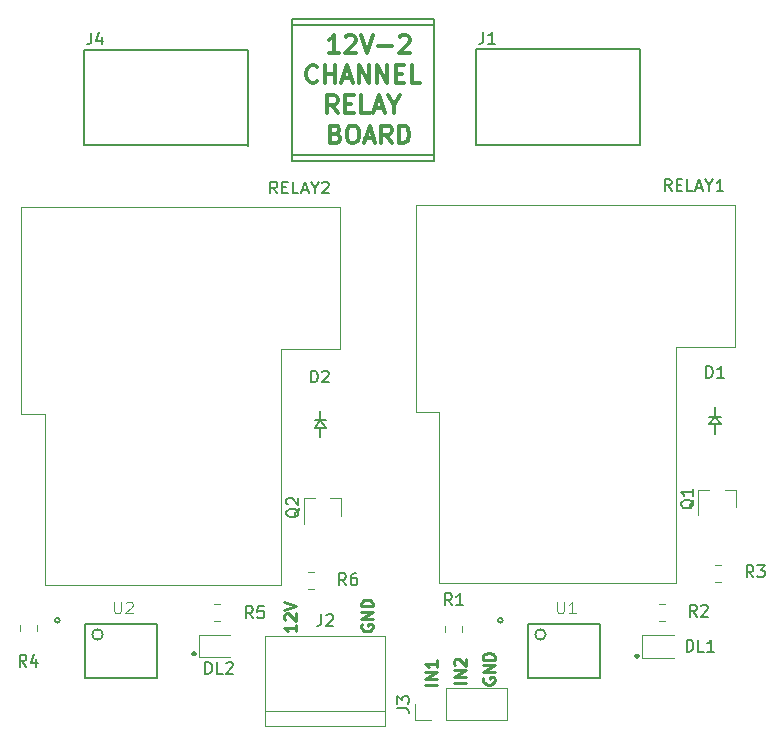
<source format=gto>
G04 #@! TF.GenerationSoftware,KiCad,Pcbnew,(5.0.1)-3*
G04 #@! TF.CreationDate,2022-08-31T13:01:13+05:45*
G04 #@! TF.ProjectId,Relay-board,52656C61792D626F6172642E6B696361,rev?*
G04 #@! TF.SameCoordinates,Original*
G04 #@! TF.FileFunction,Legend,Top*
G04 #@! TF.FilePolarity,Positive*
%FSLAX46Y46*%
G04 Gerber Fmt 4.6, Leading zero omitted, Abs format (unit mm)*
G04 Created by KiCad (PCBNEW (5.0.1)-3) date 8/31/2022 1:01:13 PM*
%MOMM*%
%LPD*%
G01*
G04 APERTURE LIST*
%ADD10C,0.300000*%
%ADD11C,0.200000*%
%ADD12C,0.250000*%
%ADD13C,0.120000*%
%ADD14C,0.150000*%
%ADD15C,0.127000*%
%ADD16C,0.015000*%
G04 APERTURE END LIST*
D10*
X166700000Y-94885714D02*
X166771428Y-94957142D01*
X166700000Y-95028571D01*
X166628571Y-94957142D01*
X166700000Y-94885714D01*
X166700000Y-95028571D01*
X129160000Y-94645714D02*
X129231428Y-94717142D01*
X129160000Y-94788571D01*
X129088571Y-94717142D01*
X129160000Y-94645714D01*
X129160000Y-94788571D01*
D11*
X149500000Y-53000000D02*
X149500000Y-52500000D01*
X137500000Y-53000000D02*
X149500000Y-53000000D01*
X137500000Y-52500000D02*
X137500000Y-53000000D01*
X149500000Y-41000000D02*
X149500000Y-41500000D01*
X137500000Y-41000000D02*
X149500000Y-41000000D01*
X137500000Y-41500000D02*
X137500000Y-41000000D01*
X137500000Y-52500000D02*
X137500000Y-41500000D01*
X149500000Y-52500000D02*
X137500000Y-52500000D01*
X149500000Y-41500000D02*
X149500000Y-52500000D01*
X137500000Y-41500000D02*
X149500000Y-41500000D01*
D12*
X143360000Y-92251904D02*
X143312380Y-92347142D01*
X143312380Y-92490000D01*
X143360000Y-92632857D01*
X143455238Y-92728095D01*
X143550476Y-92775714D01*
X143740952Y-92823333D01*
X143883809Y-92823333D01*
X144074285Y-92775714D01*
X144169523Y-92728095D01*
X144264761Y-92632857D01*
X144312380Y-92490000D01*
X144312380Y-92394761D01*
X144264761Y-92251904D01*
X144217142Y-92204285D01*
X143883809Y-92204285D01*
X143883809Y-92394761D01*
X144312380Y-91775714D02*
X143312380Y-91775714D01*
X144312380Y-91204285D01*
X143312380Y-91204285D01*
X144312380Y-90728095D02*
X143312380Y-90728095D01*
X143312380Y-90490000D01*
X143360000Y-90347142D01*
X143455238Y-90251904D01*
X143550476Y-90204285D01*
X143740952Y-90156666D01*
X143883809Y-90156666D01*
X144074285Y-90204285D01*
X144169523Y-90251904D01*
X144264761Y-90347142D01*
X144312380Y-90490000D01*
X144312380Y-90728095D01*
X137812380Y-92259047D02*
X137812380Y-92830476D01*
X137812380Y-92544761D02*
X136812380Y-92544761D01*
X136955238Y-92640000D01*
X137050476Y-92735238D01*
X137098095Y-92830476D01*
X136907619Y-91878095D02*
X136860000Y-91830476D01*
X136812380Y-91735238D01*
X136812380Y-91497142D01*
X136860000Y-91401904D01*
X136907619Y-91354285D01*
X137002857Y-91306666D01*
X137098095Y-91306666D01*
X137240952Y-91354285D01*
X137812380Y-91925714D01*
X137812380Y-91306666D01*
X136812380Y-91020952D02*
X137812380Y-90687619D01*
X136812380Y-90354285D01*
X153680000Y-96761904D02*
X153632380Y-96857142D01*
X153632380Y-97000000D01*
X153680000Y-97142857D01*
X153775238Y-97238095D01*
X153870476Y-97285714D01*
X154060952Y-97333333D01*
X154203809Y-97333333D01*
X154394285Y-97285714D01*
X154489523Y-97238095D01*
X154584761Y-97142857D01*
X154632380Y-97000000D01*
X154632380Y-96904761D01*
X154584761Y-96761904D01*
X154537142Y-96714285D01*
X154203809Y-96714285D01*
X154203809Y-96904761D01*
X154632380Y-96285714D02*
X153632380Y-96285714D01*
X154632380Y-95714285D01*
X153632380Y-95714285D01*
X154632380Y-95238095D02*
X153632380Y-95238095D01*
X153632380Y-95000000D01*
X153680000Y-94857142D01*
X153775238Y-94761904D01*
X153870476Y-94714285D01*
X154060952Y-94666666D01*
X154203809Y-94666666D01*
X154394285Y-94714285D01*
X154489523Y-94761904D01*
X154584761Y-94857142D01*
X154632380Y-95000000D01*
X154632380Y-95238095D01*
X152182380Y-97180000D02*
X151182380Y-97180000D01*
X152182380Y-96703809D02*
X151182380Y-96703809D01*
X152182380Y-96132380D01*
X151182380Y-96132380D01*
X151277619Y-95703809D02*
X151230000Y-95656190D01*
X151182380Y-95560952D01*
X151182380Y-95322857D01*
X151230000Y-95227619D01*
X151277619Y-95180000D01*
X151372857Y-95132380D01*
X151468095Y-95132380D01*
X151610952Y-95180000D01*
X152182380Y-95751428D01*
X152182380Y-95132380D01*
X149742380Y-97340000D02*
X148742380Y-97340000D01*
X149742380Y-96863809D02*
X148742380Y-96863809D01*
X149742380Y-96292380D01*
X148742380Y-96292380D01*
X149742380Y-95292380D02*
X149742380Y-95863809D01*
X149742380Y-95578095D02*
X148742380Y-95578095D01*
X148885238Y-95673333D01*
X148980476Y-95768571D01*
X149028095Y-95863809D01*
D10*
X141428571Y-43853571D02*
X140571428Y-43853571D01*
X141000000Y-43853571D02*
X141000000Y-42353571D01*
X140857142Y-42567857D01*
X140714285Y-42710714D01*
X140571428Y-42782142D01*
X142000000Y-42496428D02*
X142071428Y-42425000D01*
X142214285Y-42353571D01*
X142571428Y-42353571D01*
X142714285Y-42425000D01*
X142785714Y-42496428D01*
X142857142Y-42639285D01*
X142857142Y-42782142D01*
X142785714Y-42996428D01*
X141928571Y-43853571D01*
X142857142Y-43853571D01*
X143285714Y-42353571D02*
X143785714Y-43853571D01*
X144285714Y-42353571D01*
X144785714Y-43282142D02*
X145928571Y-43282142D01*
X146571428Y-42496428D02*
X146642857Y-42425000D01*
X146785714Y-42353571D01*
X147142857Y-42353571D01*
X147285714Y-42425000D01*
X147357142Y-42496428D01*
X147428571Y-42639285D01*
X147428571Y-42782142D01*
X147357142Y-42996428D01*
X146500000Y-43853571D01*
X147428571Y-43853571D01*
X139607142Y-46260714D02*
X139535714Y-46332142D01*
X139321428Y-46403571D01*
X139178571Y-46403571D01*
X138964285Y-46332142D01*
X138821428Y-46189285D01*
X138750000Y-46046428D01*
X138678571Y-45760714D01*
X138678571Y-45546428D01*
X138750000Y-45260714D01*
X138821428Y-45117857D01*
X138964285Y-44975000D01*
X139178571Y-44903571D01*
X139321428Y-44903571D01*
X139535714Y-44975000D01*
X139607142Y-45046428D01*
X140250000Y-46403571D02*
X140250000Y-44903571D01*
X140250000Y-45617857D02*
X141107142Y-45617857D01*
X141107142Y-46403571D02*
X141107142Y-44903571D01*
X141750000Y-45975000D02*
X142464285Y-45975000D01*
X141607142Y-46403571D02*
X142107142Y-44903571D01*
X142607142Y-46403571D01*
X143107142Y-46403571D02*
X143107142Y-44903571D01*
X143964285Y-46403571D01*
X143964285Y-44903571D01*
X144678571Y-46403571D02*
X144678571Y-44903571D01*
X145535714Y-46403571D01*
X145535714Y-44903571D01*
X146250000Y-45617857D02*
X146750000Y-45617857D01*
X146964285Y-46403571D02*
X146250000Y-46403571D01*
X146250000Y-44903571D01*
X146964285Y-44903571D01*
X148321428Y-46403571D02*
X147607142Y-46403571D01*
X147607142Y-44903571D01*
X141321428Y-48953571D02*
X140821428Y-48239285D01*
X140464285Y-48953571D02*
X140464285Y-47453571D01*
X141035714Y-47453571D01*
X141178571Y-47525000D01*
X141250000Y-47596428D01*
X141321428Y-47739285D01*
X141321428Y-47953571D01*
X141250000Y-48096428D01*
X141178571Y-48167857D01*
X141035714Y-48239285D01*
X140464285Y-48239285D01*
X141964285Y-48167857D02*
X142464285Y-48167857D01*
X142678571Y-48953571D02*
X141964285Y-48953571D01*
X141964285Y-47453571D01*
X142678571Y-47453571D01*
X144035714Y-48953571D02*
X143321428Y-48953571D01*
X143321428Y-47453571D01*
X144464285Y-48525000D02*
X145178571Y-48525000D01*
X144321428Y-48953571D02*
X144821428Y-47453571D01*
X145321428Y-48953571D01*
X146107142Y-48239285D02*
X146107142Y-48953571D01*
X145607142Y-47453571D02*
X146107142Y-48239285D01*
X146607142Y-47453571D01*
X141178571Y-50717857D02*
X141392857Y-50789285D01*
X141464285Y-50860714D01*
X141535714Y-51003571D01*
X141535714Y-51217857D01*
X141464285Y-51360714D01*
X141392857Y-51432142D01*
X141250000Y-51503571D01*
X140678571Y-51503571D01*
X140678571Y-50003571D01*
X141178571Y-50003571D01*
X141321428Y-50075000D01*
X141392857Y-50146428D01*
X141464285Y-50289285D01*
X141464285Y-50432142D01*
X141392857Y-50575000D01*
X141321428Y-50646428D01*
X141178571Y-50717857D01*
X140678571Y-50717857D01*
X142464285Y-50003571D02*
X142750000Y-50003571D01*
X142892857Y-50075000D01*
X143035714Y-50217857D01*
X143107142Y-50503571D01*
X143107142Y-51003571D01*
X143035714Y-51289285D01*
X142892857Y-51432142D01*
X142750000Y-51503571D01*
X142464285Y-51503571D01*
X142321428Y-51432142D01*
X142178571Y-51289285D01*
X142107142Y-51003571D01*
X142107142Y-50503571D01*
X142178571Y-50217857D01*
X142321428Y-50075000D01*
X142464285Y-50003571D01*
X143678571Y-51075000D02*
X144392857Y-51075000D01*
X143535714Y-51503571D02*
X144035714Y-50003571D01*
X144535714Y-51503571D01*
X145892857Y-51503571D02*
X145392857Y-50789285D01*
X145035714Y-51503571D02*
X145035714Y-50003571D01*
X145607142Y-50003571D01*
X145750000Y-50075000D01*
X145821428Y-50146428D01*
X145892857Y-50289285D01*
X145892857Y-50503571D01*
X145821428Y-50646428D01*
X145750000Y-50717857D01*
X145607142Y-50789285D01*
X145035714Y-50789285D01*
X146535714Y-51503571D02*
X146535714Y-50003571D01*
X146892857Y-50003571D01*
X147107142Y-50075000D01*
X147250000Y-50217857D01*
X147321428Y-50360714D01*
X147392857Y-50646428D01*
X147392857Y-50860714D01*
X147321428Y-51146428D01*
X147250000Y-51289285D01*
X147107142Y-51432142D01*
X146892857Y-51503571D01*
X146535714Y-51503571D01*
D13*
G04 #@! TO.C,DL1*
X169770000Y-93180000D02*
X167085000Y-93180000D01*
X167085000Y-93180000D02*
X167085000Y-95100000D01*
X167085000Y-95100000D02*
X169770000Y-95100000D01*
G04 #@! TO.C,DL2*
X129567500Y-95040000D02*
X132252500Y-95040000D01*
X129567500Y-93120000D02*
X129567500Y-95040000D01*
X132252500Y-93120000D02*
X129567500Y-93120000D01*
D14*
G04 #@! TO.C,J1*
X153070000Y-43530000D02*
X166970000Y-43530000D01*
X166970000Y-43530000D02*
X166970000Y-51640000D01*
X166970000Y-51630000D02*
X153050000Y-51630000D01*
X153050000Y-51630000D02*
X153060000Y-43530000D01*
D13*
G04 #@! TO.C,J2*
X135210000Y-100810000D02*
X145370000Y-100810000D01*
X135210000Y-93190000D02*
X135210000Y-100810000D01*
X145370000Y-93190000D02*
X135210000Y-93190000D01*
X145370000Y-100810000D02*
X145370000Y-93190000D01*
X145370000Y-99540000D02*
X135210000Y-99540000D01*
D14*
G04 #@! TO.C,J4*
X119830000Y-51690000D02*
X119840000Y-43590000D01*
X133750000Y-51690000D02*
X119830000Y-51690000D01*
X133750000Y-43590000D02*
X133750000Y-51700000D01*
X119850000Y-43590000D02*
X133750000Y-43590000D01*
D13*
G04 #@! TO.C,R1*
X151840000Y-92916078D02*
X151840000Y-92398922D01*
X150420000Y-92916078D02*
X150420000Y-92398922D01*
G04 #@! TO.C,R2*
X169046078Y-91970000D02*
X168528922Y-91970000D01*
X169046078Y-90550000D02*
X168528922Y-90550000D01*
G04 #@! TO.C,R3*
X173778578Y-88640000D02*
X173261422Y-88640000D01*
X173778578Y-87220000D02*
X173261422Y-87220000D01*
G04 #@! TO.C,R4*
X115870000Y-92811078D02*
X115870000Y-92293922D01*
X114450000Y-92811078D02*
X114450000Y-92293922D01*
G04 #@! TO.C,R5*
X131408578Y-90550000D02*
X130891422Y-90550000D01*
X131408578Y-91970000D02*
X130891422Y-91970000D01*
G04 #@! TO.C,R6*
X139331078Y-89220000D02*
X138813922Y-89220000D01*
X139331078Y-87800000D02*
X138813922Y-87800000D01*
G04 #@! TO.C,J3*
X155660000Y-100330000D02*
X155660000Y-97670000D01*
X150520000Y-100330000D02*
X155660000Y-100330000D01*
X150520000Y-97670000D02*
X155660000Y-97670000D01*
X150520000Y-100330000D02*
X150520000Y-97670000D01*
X149250000Y-100330000D02*
X147920000Y-100330000D01*
X147920000Y-100330000D02*
X147920000Y-99000000D01*
G04 #@! TO.C,RELAY1*
X149940000Y-88718480D02*
X169940000Y-88718480D01*
X174940000Y-68718480D02*
X169940000Y-68718480D01*
X174940000Y-56718480D02*
X174940000Y-68718480D01*
X174940000Y-56718480D02*
X147940000Y-56718480D01*
X147940000Y-56718480D02*
X147940000Y-74218480D01*
X147940000Y-74218480D02*
X149940000Y-74218480D01*
X149940000Y-74218480D02*
X149940000Y-88718480D01*
X169940000Y-68718480D02*
X169940000Y-88718480D01*
G04 #@! TO.C,RELAY2*
X136540000Y-68908480D02*
X136540000Y-88908480D01*
X116540000Y-74408480D02*
X116540000Y-88908480D01*
X114540000Y-74408480D02*
X116540000Y-74408480D01*
X114540000Y-56908480D02*
X114540000Y-74408480D01*
X141540000Y-56908480D02*
X114540000Y-56908480D01*
X141540000Y-56908480D02*
X141540000Y-68908480D01*
X141540000Y-68908480D02*
X136540000Y-68908480D01*
X116540000Y-88908480D02*
X136540000Y-88908480D01*
D15*
G04 #@! TO.C,D1*
X173290000Y-74652500D02*
X173290000Y-73858700D01*
X173290000Y-75287500D02*
X173290000Y-76081300D01*
X173290000Y-74652500D02*
X173766300Y-74652500D01*
X173290000Y-74652500D02*
X172813700Y-74652500D01*
X173766300Y-75287500D02*
X173290000Y-74652500D01*
X173290000Y-75287500D02*
X173766300Y-75287500D01*
X172813700Y-75287500D02*
X173290000Y-75287500D01*
X173290000Y-74652500D02*
X172813700Y-75287500D01*
G04 #@! TO.C,D2*
X139880000Y-74962500D02*
X139403700Y-75597500D01*
X139403700Y-75597500D02*
X139880000Y-75597500D01*
X139880000Y-75597500D02*
X140356300Y-75597500D01*
X140356300Y-75597500D02*
X139880000Y-74962500D01*
X139880000Y-74962500D02*
X139403700Y-74962500D01*
X139880000Y-74962500D02*
X140356300Y-74962500D01*
X139880000Y-75597500D02*
X139880000Y-76391300D01*
X139880000Y-74962500D02*
X139880000Y-74168700D01*
D11*
G04 #@! TO.C,U1*
X157450000Y-92200000D02*
X163550000Y-92200000D01*
X163550000Y-92200000D02*
X163550000Y-96800000D01*
X163550000Y-96800000D02*
X157450000Y-96800000D01*
X157450000Y-96800000D02*
X157450000Y-92200000D01*
X158947213Y-93100000D02*
G75*
G03X158947213Y-93100000I-447213J0D01*
G01*
X155300000Y-91900000D02*
G75*
G03X155300000Y-91900000I-200000J0D01*
G01*
G04 #@! TO.C,U2*
X117800000Y-91900000D02*
G75*
G03X117800000Y-91900000I-200000J0D01*
G01*
X121447213Y-93100000D02*
G75*
G03X121447213Y-93100000I-447213J0D01*
G01*
X119950000Y-96800000D02*
X119950000Y-92200000D01*
X126050000Y-96800000D02*
X119950000Y-96800000D01*
X126050000Y-92200000D02*
X126050000Y-96800000D01*
X119950000Y-92200000D02*
X126050000Y-92200000D01*
D13*
G04 #@! TO.C,Q1*
X175030000Y-80830000D02*
X174100000Y-80830000D01*
X171870000Y-80830000D02*
X172800000Y-80830000D01*
X171870000Y-80830000D02*
X171870000Y-82990000D01*
X175030000Y-80830000D02*
X175030000Y-82290000D01*
G04 #@! TO.C,Q2*
X141630000Y-81570000D02*
X141630000Y-83030000D01*
X138470000Y-81570000D02*
X138470000Y-83730000D01*
X138470000Y-81570000D02*
X139400000Y-81570000D01*
X141630000Y-81570000D02*
X140700000Y-81570000D01*
G04 #@! TO.C,DL1*
D14*
X170884642Y-94542380D02*
X170884642Y-93542380D01*
X171122738Y-93542380D01*
X171265595Y-93590000D01*
X171360833Y-93685238D01*
X171408452Y-93780476D01*
X171456071Y-93970952D01*
X171456071Y-94113809D01*
X171408452Y-94304285D01*
X171360833Y-94399523D01*
X171265595Y-94494761D01*
X171122738Y-94542380D01*
X170884642Y-94542380D01*
X172360833Y-94542380D02*
X171884642Y-94542380D01*
X171884642Y-93542380D01*
X173217976Y-94542380D02*
X172646547Y-94542380D01*
X172932261Y-94542380D02*
X172932261Y-93542380D01*
X172837023Y-93685238D01*
X172741785Y-93780476D01*
X172646547Y-93828095D01*
G04 #@! TO.C,DL2*
X130137142Y-96432380D02*
X130137142Y-95432380D01*
X130375238Y-95432380D01*
X130518095Y-95480000D01*
X130613333Y-95575238D01*
X130660952Y-95670476D01*
X130708571Y-95860952D01*
X130708571Y-96003809D01*
X130660952Y-96194285D01*
X130613333Y-96289523D01*
X130518095Y-96384761D01*
X130375238Y-96432380D01*
X130137142Y-96432380D01*
X131613333Y-96432380D02*
X131137142Y-96432380D01*
X131137142Y-95432380D01*
X131899047Y-95527619D02*
X131946666Y-95480000D01*
X132041904Y-95432380D01*
X132280000Y-95432380D01*
X132375238Y-95480000D01*
X132422857Y-95527619D01*
X132470476Y-95622857D01*
X132470476Y-95718095D01*
X132422857Y-95860952D01*
X131851428Y-96432380D01*
X132470476Y-96432380D01*
G04 #@! TO.C,J1*
X153676666Y-42082380D02*
X153676666Y-42796666D01*
X153629047Y-42939523D01*
X153533809Y-43034761D01*
X153390952Y-43082380D01*
X153295714Y-43082380D01*
X154676666Y-43082380D02*
X154105238Y-43082380D01*
X154390952Y-43082380D02*
X154390952Y-42082380D01*
X154295714Y-42225238D01*
X154200476Y-42320476D01*
X154105238Y-42368095D01*
G04 #@! TO.C,J2*
X139956666Y-91372380D02*
X139956666Y-92086666D01*
X139909047Y-92229523D01*
X139813809Y-92324761D01*
X139670952Y-92372380D01*
X139575714Y-92372380D01*
X140385238Y-91467619D02*
X140432857Y-91420000D01*
X140528095Y-91372380D01*
X140766190Y-91372380D01*
X140861428Y-91420000D01*
X140909047Y-91467619D01*
X140956666Y-91562857D01*
X140956666Y-91658095D01*
X140909047Y-91800952D01*
X140337619Y-92372380D01*
X140956666Y-92372380D01*
G04 #@! TO.C,J4*
X120456666Y-42142380D02*
X120456666Y-42856666D01*
X120409047Y-42999523D01*
X120313809Y-43094761D01*
X120170952Y-43142380D01*
X120075714Y-43142380D01*
X121361428Y-42475714D02*
X121361428Y-43142380D01*
X121123333Y-42094761D02*
X120885238Y-42809047D01*
X121504285Y-42809047D01*
G04 #@! TO.C,R1*
X151003333Y-90622380D02*
X150670000Y-90146190D01*
X150431904Y-90622380D02*
X150431904Y-89622380D01*
X150812857Y-89622380D01*
X150908095Y-89670000D01*
X150955714Y-89717619D01*
X151003333Y-89812857D01*
X151003333Y-89955714D01*
X150955714Y-90050952D01*
X150908095Y-90098571D01*
X150812857Y-90146190D01*
X150431904Y-90146190D01*
X151955714Y-90622380D02*
X151384285Y-90622380D01*
X151670000Y-90622380D02*
X151670000Y-89622380D01*
X151574761Y-89765238D01*
X151479523Y-89860476D01*
X151384285Y-89908095D01*
G04 #@! TO.C,R2*
X171723333Y-91592380D02*
X171390000Y-91116190D01*
X171151904Y-91592380D02*
X171151904Y-90592380D01*
X171532857Y-90592380D01*
X171628095Y-90640000D01*
X171675714Y-90687619D01*
X171723333Y-90782857D01*
X171723333Y-90925714D01*
X171675714Y-91020952D01*
X171628095Y-91068571D01*
X171532857Y-91116190D01*
X171151904Y-91116190D01*
X172104285Y-90687619D02*
X172151904Y-90640000D01*
X172247142Y-90592380D01*
X172485238Y-90592380D01*
X172580476Y-90640000D01*
X172628095Y-90687619D01*
X172675714Y-90782857D01*
X172675714Y-90878095D01*
X172628095Y-91020952D01*
X172056666Y-91592380D01*
X172675714Y-91592380D01*
G04 #@! TO.C,R3*
X176523333Y-88252380D02*
X176190000Y-87776190D01*
X175951904Y-88252380D02*
X175951904Y-87252380D01*
X176332857Y-87252380D01*
X176428095Y-87300000D01*
X176475714Y-87347619D01*
X176523333Y-87442857D01*
X176523333Y-87585714D01*
X176475714Y-87680952D01*
X176428095Y-87728571D01*
X176332857Y-87776190D01*
X175951904Y-87776190D01*
X176856666Y-87252380D02*
X177475714Y-87252380D01*
X177142380Y-87633333D01*
X177285238Y-87633333D01*
X177380476Y-87680952D01*
X177428095Y-87728571D01*
X177475714Y-87823809D01*
X177475714Y-88061904D01*
X177428095Y-88157142D01*
X177380476Y-88204761D01*
X177285238Y-88252380D01*
X176999523Y-88252380D01*
X176904285Y-88204761D01*
X176856666Y-88157142D01*
G04 #@! TO.C,R4*
X114973333Y-95822380D02*
X114640000Y-95346190D01*
X114401904Y-95822380D02*
X114401904Y-94822380D01*
X114782857Y-94822380D01*
X114878095Y-94870000D01*
X114925714Y-94917619D01*
X114973333Y-95012857D01*
X114973333Y-95155714D01*
X114925714Y-95250952D01*
X114878095Y-95298571D01*
X114782857Y-95346190D01*
X114401904Y-95346190D01*
X115830476Y-95155714D02*
X115830476Y-95822380D01*
X115592380Y-94774761D02*
X115354285Y-95489047D01*
X115973333Y-95489047D01*
G04 #@! TO.C,R5*
X134153333Y-91722380D02*
X133820000Y-91246190D01*
X133581904Y-91722380D02*
X133581904Y-90722380D01*
X133962857Y-90722380D01*
X134058095Y-90770000D01*
X134105714Y-90817619D01*
X134153333Y-90912857D01*
X134153333Y-91055714D01*
X134105714Y-91150952D01*
X134058095Y-91198571D01*
X133962857Y-91246190D01*
X133581904Y-91246190D01*
X135058095Y-90722380D02*
X134581904Y-90722380D01*
X134534285Y-91198571D01*
X134581904Y-91150952D01*
X134677142Y-91103333D01*
X134915238Y-91103333D01*
X135010476Y-91150952D01*
X135058095Y-91198571D01*
X135105714Y-91293809D01*
X135105714Y-91531904D01*
X135058095Y-91627142D01*
X135010476Y-91674761D01*
X134915238Y-91722380D01*
X134677142Y-91722380D01*
X134581904Y-91674761D01*
X134534285Y-91627142D01*
G04 #@! TO.C,R6*
X142043333Y-88922380D02*
X141710000Y-88446190D01*
X141471904Y-88922380D02*
X141471904Y-87922380D01*
X141852857Y-87922380D01*
X141948095Y-87970000D01*
X141995714Y-88017619D01*
X142043333Y-88112857D01*
X142043333Y-88255714D01*
X141995714Y-88350952D01*
X141948095Y-88398571D01*
X141852857Y-88446190D01*
X141471904Y-88446190D01*
X142900476Y-87922380D02*
X142710000Y-87922380D01*
X142614761Y-87970000D01*
X142567142Y-88017619D01*
X142471904Y-88160476D01*
X142424285Y-88350952D01*
X142424285Y-88731904D01*
X142471904Y-88827142D01*
X142519523Y-88874761D01*
X142614761Y-88922380D01*
X142805238Y-88922380D01*
X142900476Y-88874761D01*
X142948095Y-88827142D01*
X142995714Y-88731904D01*
X142995714Y-88493809D01*
X142948095Y-88398571D01*
X142900476Y-88350952D01*
X142805238Y-88303333D01*
X142614761Y-88303333D01*
X142519523Y-88350952D01*
X142471904Y-88398571D01*
X142424285Y-88493809D01*
G04 #@! TO.C,J3*
X146372380Y-99333333D02*
X147086666Y-99333333D01*
X147229523Y-99380952D01*
X147324761Y-99476190D01*
X147372380Y-99619047D01*
X147372380Y-99714285D01*
X146372380Y-98952380D02*
X146372380Y-98333333D01*
X146753333Y-98666666D01*
X146753333Y-98523809D01*
X146800952Y-98428571D01*
X146848571Y-98380952D01*
X146943809Y-98333333D01*
X147181904Y-98333333D01*
X147277142Y-98380952D01*
X147324761Y-98428571D01*
X147372380Y-98523809D01*
X147372380Y-98809523D01*
X147324761Y-98904761D01*
X147277142Y-98952380D01*
G04 #@! TO.C,RELAY1*
X169608447Y-55557960D02*
X169275114Y-55081770D01*
X169037019Y-55557960D02*
X169037019Y-54557960D01*
X169417971Y-54557960D01*
X169513209Y-54605580D01*
X169560828Y-54653199D01*
X169608447Y-54748437D01*
X169608447Y-54891294D01*
X169560828Y-54986532D01*
X169513209Y-55034151D01*
X169417971Y-55081770D01*
X169037019Y-55081770D01*
X170037019Y-55034151D02*
X170370352Y-55034151D01*
X170513209Y-55557960D02*
X170037019Y-55557960D01*
X170037019Y-54557960D01*
X170513209Y-54557960D01*
X171417971Y-55557960D02*
X170941780Y-55557960D01*
X170941780Y-54557960D01*
X171703685Y-55272246D02*
X172179876Y-55272246D01*
X171608447Y-55557960D02*
X171941780Y-54557960D01*
X172275114Y-55557960D01*
X172798923Y-55081770D02*
X172798923Y-55557960D01*
X172465590Y-54557960D02*
X172798923Y-55081770D01*
X173132257Y-54557960D01*
X173989400Y-55557960D02*
X173417971Y-55557960D01*
X173703685Y-55557960D02*
X173703685Y-54557960D01*
X173608447Y-54700818D01*
X173513209Y-54796056D01*
X173417971Y-54843675D01*
G04 #@! TO.C,RELAY2*
X136208447Y-55747960D02*
X135875114Y-55271770D01*
X135637019Y-55747960D02*
X135637019Y-54747960D01*
X136017971Y-54747960D01*
X136113209Y-54795580D01*
X136160828Y-54843199D01*
X136208447Y-54938437D01*
X136208447Y-55081294D01*
X136160828Y-55176532D01*
X136113209Y-55224151D01*
X136017971Y-55271770D01*
X135637019Y-55271770D01*
X136637019Y-55224151D02*
X136970352Y-55224151D01*
X137113209Y-55747960D02*
X136637019Y-55747960D01*
X136637019Y-54747960D01*
X137113209Y-54747960D01*
X138017971Y-55747960D02*
X137541780Y-55747960D01*
X137541780Y-54747960D01*
X138303685Y-55462246D02*
X138779876Y-55462246D01*
X138208447Y-55747960D02*
X138541780Y-54747960D01*
X138875114Y-55747960D01*
X139398923Y-55271770D02*
X139398923Y-55747960D01*
X139065590Y-54747960D02*
X139398923Y-55271770D01*
X139732257Y-54747960D01*
X140017971Y-54843199D02*
X140065590Y-54795580D01*
X140160828Y-54747960D01*
X140398923Y-54747960D01*
X140494161Y-54795580D01*
X140541780Y-54843199D01*
X140589400Y-54938437D01*
X140589400Y-55033675D01*
X140541780Y-55176532D01*
X139970352Y-55747960D01*
X140589400Y-55747960D01*
G04 #@! TO.C,D1*
X172531904Y-71362380D02*
X172531904Y-70362380D01*
X172770000Y-70362380D01*
X172912857Y-70410000D01*
X173008095Y-70505238D01*
X173055714Y-70600476D01*
X173103333Y-70790952D01*
X173103333Y-70933809D01*
X173055714Y-71124285D01*
X173008095Y-71219523D01*
X172912857Y-71314761D01*
X172770000Y-71362380D01*
X172531904Y-71362380D01*
X174055714Y-71362380D02*
X173484285Y-71362380D01*
X173770000Y-71362380D02*
X173770000Y-70362380D01*
X173674761Y-70505238D01*
X173579523Y-70600476D01*
X173484285Y-70648095D01*
G04 #@! TO.C,D2*
X139071904Y-71752380D02*
X139071904Y-70752380D01*
X139310000Y-70752380D01*
X139452857Y-70800000D01*
X139548095Y-70895238D01*
X139595714Y-70990476D01*
X139643333Y-71180952D01*
X139643333Y-71323809D01*
X139595714Y-71514285D01*
X139548095Y-71609523D01*
X139452857Y-71704761D01*
X139310000Y-71752380D01*
X139071904Y-71752380D01*
X140024285Y-70847619D02*
X140071904Y-70800000D01*
X140167142Y-70752380D01*
X140405238Y-70752380D01*
X140500476Y-70800000D01*
X140548095Y-70847619D01*
X140595714Y-70942857D01*
X140595714Y-71038095D01*
X140548095Y-71180952D01*
X139976666Y-71752380D01*
X140595714Y-71752380D01*
G04 #@! TO.C,U1*
D16*
X159912536Y-90313452D02*
X159912536Y-91123735D01*
X159960200Y-91219062D01*
X160007863Y-91266726D01*
X160103191Y-91314389D01*
X160293845Y-91314389D01*
X160389173Y-91266726D01*
X160436836Y-91219062D01*
X160484500Y-91123735D01*
X160484500Y-90313452D01*
X161485437Y-91314389D02*
X160913473Y-91314389D01*
X161199455Y-91314389D02*
X161199455Y-90313452D01*
X161104128Y-90456443D01*
X161008800Y-90551771D01*
X160913473Y-90599434D01*
G04 #@! TO.C,U2*
X122412536Y-90313452D02*
X122412536Y-91123735D01*
X122460200Y-91219062D01*
X122507863Y-91266726D01*
X122603191Y-91314389D01*
X122793845Y-91314389D01*
X122889173Y-91266726D01*
X122936836Y-91219062D01*
X122984500Y-91123735D01*
X122984500Y-90313452D01*
X123413473Y-90408780D02*
X123461137Y-90361116D01*
X123556464Y-90313452D01*
X123794782Y-90313452D01*
X123890110Y-90361116D01*
X123937773Y-90408780D01*
X123985437Y-90504107D01*
X123985437Y-90599434D01*
X123937773Y-90742425D01*
X123365809Y-91314389D01*
X123985437Y-91314389D01*
G04 #@! TO.C,Q1*
D14*
X171497619Y-81685238D02*
X171450000Y-81780476D01*
X171354761Y-81875714D01*
X171211904Y-82018571D01*
X171164285Y-82113809D01*
X171164285Y-82209047D01*
X171402380Y-82161428D02*
X171354761Y-82256666D01*
X171259523Y-82351904D01*
X171069047Y-82399523D01*
X170735714Y-82399523D01*
X170545238Y-82351904D01*
X170450000Y-82256666D01*
X170402380Y-82161428D01*
X170402380Y-81970952D01*
X170450000Y-81875714D01*
X170545238Y-81780476D01*
X170735714Y-81732857D01*
X171069047Y-81732857D01*
X171259523Y-81780476D01*
X171354761Y-81875714D01*
X171402380Y-81970952D01*
X171402380Y-82161428D01*
X171402380Y-80780476D02*
X171402380Y-81351904D01*
X171402380Y-81066190D02*
X170402380Y-81066190D01*
X170545238Y-81161428D01*
X170640476Y-81256666D01*
X170688095Y-81351904D01*
G04 #@! TO.C,Q2*
X138097619Y-82425238D02*
X138050000Y-82520476D01*
X137954761Y-82615714D01*
X137811904Y-82758571D01*
X137764285Y-82853809D01*
X137764285Y-82949047D01*
X138002380Y-82901428D02*
X137954761Y-82996666D01*
X137859523Y-83091904D01*
X137669047Y-83139523D01*
X137335714Y-83139523D01*
X137145238Y-83091904D01*
X137050000Y-82996666D01*
X137002380Y-82901428D01*
X137002380Y-82710952D01*
X137050000Y-82615714D01*
X137145238Y-82520476D01*
X137335714Y-82472857D01*
X137669047Y-82472857D01*
X137859523Y-82520476D01*
X137954761Y-82615714D01*
X138002380Y-82710952D01*
X138002380Y-82901428D01*
X137097619Y-82091904D02*
X137050000Y-82044285D01*
X137002380Y-81949047D01*
X137002380Y-81710952D01*
X137050000Y-81615714D01*
X137097619Y-81568095D01*
X137192857Y-81520476D01*
X137288095Y-81520476D01*
X137430952Y-81568095D01*
X138002380Y-82139523D01*
X138002380Y-81520476D01*
G04 #@! TD*
M02*

</source>
